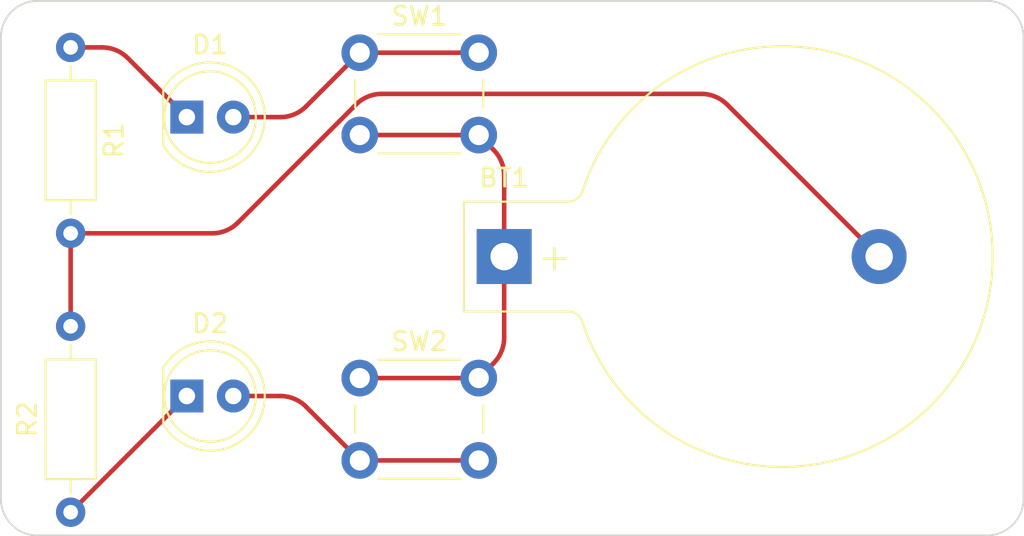
<source format=kicad_pcb>
(kicad_pcb (version 20221018) (generator pcbnew)
  (layers (0 "F.Cu" signal) (31 "B.Cu" signal) (34 "B.Paste" user) (35 "F.Paste" user) (36 "B.SilkS" user "B.Silkscreen") (37 "F.SilkS" user "F.Silkscreen") (38 "B.Mask" user) (39 "F.Mask" user) (44 "Edge.Cuts" user))
  (net 0 "")
  (net 1 "Net-(BT1-+)")
  (net 2 "Net-(BT1--)")
  (net 3 "Net-(D1-K)")
  (net 4 "Net-(D1-A)")
  (net 5 "Net-(D2-K)")
  (net 6 "Net-(D2-A)")
  (footprint "Button_Switch_THT:SW_PUSH_6mm_H5mm" (layer "F.Cu") (at 114.86 95.54)
    (fp_text reference "SW2" (at 3.25 -2) (layer "F.SilkS"))
    (fp_text value "SW_Push")
    (fp_line (start -0.25 1.5) (end -0.25 3) (stroke (width 0.12)) (layer "F.SilkS"))
    (fp_line (start 1 5.5) (end 5.5 5.5) (stroke (width 0.12)) (layer "F.SilkS"))
    (fp_line (start 5.5 -1) (end 1 -1) (stroke (width 0.12)) (layer "F.SilkS"))
    (fp_line (start 6.75 3) (end 6.75 1.5) (stroke (width 0.12)) (layer "F.SilkS"))
    (pad "1" thru_hole circle (at 0 0 90) (size 2 2) (drill 1.1) (layers "*.Cu" "*.Mask") (net 1 "Net-(BT1-+)"))
    (pad "1" thru_hole circle (at 6.5 0 90) (size 2 2) (drill 1.1) (layers "*.Cu" "*.Mask") (net 1 "Net-(BT1-+)"))
    (pad "2" thru_hole circle (at 0 4.5 90) (size 2 2) (drill 1.1) (layers "*.Cu" "*.Mask") (net 6 "Net-(D2-A)"))
    (pad "2" thru_hole circle (at 6.5 4.5 90) (size 2 2) (drill 1.1) (layers "*.Cu" "*.Mask") (net 6 "Net-(D2-A)"))
  )
  (footprint "Resistor_THT:R_Axial_DIN0207_L6.3mm_D2.5mm_P10.16mm_Horizontal" (layer "F.Cu") (at 99.06 102.87 90)
    (fp_text reference "R2" (at 5.08 -2.37 90) (layer "F.SilkS"))
    (fp_text value "10Ω")
    (fp_line (start 1.04 0) (end 1.81 0) (stroke (width 0.12)) (layer "F.SilkS"))
    (fp_line (start 1.81 -1.37) (end 1.81 1.37) (stroke (width 0.12)) (layer "F.SilkS"))
    (fp_line (start 1.81 1.37) (end 8.35 1.37) (stroke (width 0.12)) (layer "F.SilkS"))
    (fp_line (start 8.35 -1.37) (end 1.81 -1.37) (stroke (width 0.12)) (layer "F.SilkS"))
    (fp_line (start 8.35 1.37) (end 8.35 -1.37) (stroke (width 0.12)) (layer "F.SilkS"))
    (fp_line (start 9.12 0) (end 8.35 0) (stroke (width 0.12)) (layer "F.SilkS"))
    (pad "1" thru_hole circle (at 0 0 90) (size 1.6 1.6) (drill 0.8) (layers "*.Cu" "*.Mask") (net 5 "Net-(D2-K)"))
    (pad "2" thru_hole oval (at 10.16 0 90) (size 1.6 1.6) (drill 0.8) (layers "*.Cu" "*.Mask") (net 2 "Net-(BT1--)"))
  )
  (footprint "Resistor_THT:R_Axial_DIN0207_L6.3mm_D2.5mm_P10.16mm_Horizontal" (layer "F.Cu") (at 99.06 77.47 -90)
    (fp_text reference "R1" (at 5.08 -2.37 90) (layer "F.SilkS"))
    (fp_text value "10Ω")
    (fp_line (start 1.04 0) (end 1.81 0) (stroke (width 0.12)) (layer "F.SilkS"))
    (fp_line (start 1.81 -1.37) (end 1.81 1.37) (stroke (width 0.12)) (layer "F.SilkS"))
    (fp_line (start 1.81 1.37) (end 8.35 1.37) (stroke (width 0.12)) (layer "F.SilkS"))
    (fp_line (start 8.35 -1.37) (end 1.81 -1.37) (stroke (width 0.12)) (layer "F.SilkS"))
    (fp_line (start 8.35 1.37) (end 8.35 -1.37) (stroke (width 0.12)) (layer "F.SilkS"))
    (fp_line (start 9.12 0) (end 8.35 0) (stroke (width 0.12)) (layer "F.SilkS"))
    (pad "1" thru_hole circle (at 0 0 270) (size 1.6 1.6) (drill 0.8) (layers "*.Cu" "*.Mask") (net 3 "Net-(D1-K)"))
    (pad "2" thru_hole oval (at 10.16 0 270) (size 1.6 1.6) (drill 0.8) (layers "*.Cu" "*.Mask") (net 2 "Net-(BT1--)"))
  )
  (footprint "Button_Switch_THT:SW_PUSH_6mm_H5mm" (layer "F.Cu") (at 114.86 77.76)
    (fp_text reference "SW1" (at 3.25 -2) (layer "F.SilkS"))
    (fp_text value "SW_Push")
    (fp_line (start -0.25 1.5) (end -0.25 3) (stroke (width 0.12)) (layer "F.SilkS"))
    (fp_line (start 1 5.5) (end 5.5 5.5) (stroke (width 0.12)) (layer "F.SilkS"))
    (fp_line (start 5.5 -1) (end 1 -1) (stroke (width 0.12)) (layer "F.SilkS"))
    (fp_line (start 6.75 3) (end 6.75 1.5) (stroke (width 0.12)) (layer "F.SilkS"))
    (pad "1" thru_hole circle (at 0 0 90) (size 2 2) (drill 1.1) (layers "*.Cu" "*.Mask") (net 4 "Net-(D1-A)"))
    (pad "1" thru_hole circle (at 6.5 0 90) (size 2 2) (drill 1.1) (layers "*.Cu" "*.Mask") (net 4 "Net-(D1-A)"))
    (pad "2" thru_hole circle (at 0 4.5 90) (size 2 2) (drill 1.1) (layers "*.Cu" "*.Mask") (net 1 "Net-(BT1-+)"))
    (pad "2" thru_hole circle (at 6.5 4.5 90) (size 2 2) (drill 1.1) (layers "*.Cu" "*.Mask") (net 1 "Net-(BT1-+)"))
  )
  (footprint "LED_THT:LED_D5.0mm_Clear" (layer "F.Cu") (at 105.41 96.52)
    (fp_text reference "D2" (at 1.27 -3.96) (layer "F.SilkS"))
    (fp_text value "LED")
    (fp_line (start -1.29 -1.545) (end -1.29 1.545) (stroke (width 0.12)) (layer "F.SilkS"))
    (fp_arc (start -1.29 -1.54483) (mid 2.072002 -2.880433) (end 4.26 0.000462) (stroke (width 0.12)) (layer "F.SilkS"))
    (fp_arc (start 4.26 -0.000462) (mid 2.072002 2.880433) (end -1.29 1.54483) (stroke (width 0.12)) (layer "F.SilkS"))
    (fp_circle (center 1.27 0) (end 3.77 0) (stroke (width 0.12)) (fill none) (layer "F.SilkS"))
    (pad "1" thru_hole rect (at 0 0) (size 1.8 1.8) (drill 0.9) (layers "*.Cu" "*.Mask") (net 5 "Net-(D2-K)"))
    (pad "2" thru_hole circle (at 2.54 0) (size 1.8 1.8) (drill 0.9) (layers "*.Cu" "*.Mask") (net 6 "Net-(D2-A)"))
  )
  (footprint "LED_THT:LED_D5.0mm_Clear" (layer "F.Cu") (at 105.41 81.28)
    (fp_text reference "D1" (at 1.27 -3.96) (layer "F.SilkS"))
    (fp_text value "LED")
    (fp_line (start -1.29 -1.545) (end -1.29 1.545) (stroke (width 0.12)) (layer "F.SilkS"))
    (fp_arc (start -1.29 -1.54483) (mid 2.072002 -2.880433) (end 4.26 0.000462) (stroke (width 0.12)) (layer "F.SilkS"))
    (fp_arc (start 4.26 -0.000462) (mid 2.072002 2.880433) (end -1.29 1.54483) (stroke (width 0.12)) (layer "F.SilkS"))
    (fp_circle (center 1.27 0) (end 3.77 0) (stroke (width 0.12)) (fill none) (layer "F.SilkS"))
    (pad "1" thru_hole rect (at 0 0) (size 1.8 1.8) (drill 0.9) (layers "*.Cu" "*.Mask") (net 3 "Net-(D1-K)"))
    (pad "2" thru_hole circle (at 2.54 0) (size 1.8 1.8) (drill 0.9) (layers "*.Cu" "*.Mask") (net 4 "Net-(D1-A)"))
  )
  (footprint "Battery:BatteryHolder_Keystone_103_1x20mm" (layer "F.Cu") (at 122.75 88.9)
    (fp_text reference "BT1" (at 0 -4.3) (layer "F.SilkS"))
    (fp_text value "Battery_Cell")
    (fp_text user "+" (at 2.75 0) (layer "F.SilkS") (effects (font (size 1.5 1.5))))
    (fp_line (start -2.2 -3) (end 3.5 -3) (stroke (width 0.12)) (layer "F.SilkS"))
    (fp_line (start -2.2 3) (end -2.2 -3) (stroke (width 0.12)) (layer "F.SilkS"))
    (fp_line (start -2.2 3) (end 3.5 3) (stroke (width 0.12)) (layer "F.SilkS"))
    (fp_arc (start 3.5 3) (mid 3.950694 3.136459) (end 4.25 3.5) (stroke (width 0.12)) (layer "F.SilkS"))
    (fp_arc (start 4.25 -3.5) (mid 3.950694 -3.136459) (end 3.5 -3) (stroke (width 0.12)) (layer "F.SilkS"))
    (fp_arc (start 4.25 -3.5) (mid 16.971103 -11.358466) (end 26.695671 0) (stroke (width 0.12)) (layer "F.SilkS"))
    (fp_arc (start 26.695671 0) (mid 16.971103 11.358466) (end 4.25 3.5) (stroke (width 0.12)) (layer "F.SilkS"))
    (pad "1" thru_hole rect (at 0 0) (size 3 3) (drill 1.5) (layers "*.Cu" "*.Mask") (net 1 "Net-(BT1-+)"))
    (pad "2" thru_hole circle (at 20.49 0) (size 3 3) (drill 1.5) (layers "*.Cu" "*.Mask") (net 2 "Net-(BT1--)"))
  )
  (gr_arc (start 149.13 74.93) (mid 150.544214 75.515786) (end 151.13 76.93) (stroke (width 0.1)) (layer "Edge.Cuts"))
  (gr_line (start 95.25 102.14) (end 95.25 76.93) (stroke (width 0.1)) (layer "Edge.Cuts"))
  (gr_arc (start 97.25 104.14) (mid 95.835786 103.554214) (end 95.25 102.14) (stroke (width 0.1)) (layer "Edge.Cuts"))
  (gr_line (start 97.25 74.93) (end 149.13 74.93) (stroke (width 0.1)) (layer "Edge.Cuts"))
  (gr_arc (start 151.13 102.14) (mid 150.544214 103.554214) (end 149.13 104.14) (stroke (width 0.1)) (layer "Edge.Cuts"))
  (gr_line (start 151.13 76.93) (end 151.13 102.14) (stroke (width 0.1)) (layer "Edge.Cuts"))
  (gr_line (start 149.13 104.14) (end 97.25 104.14) (stroke (width 0.1)) (layer "Edge.Cuts"))
  (gr_arc (start 95.25 76.93) (mid 95.835786 75.515786) (end 97.25 74.93) (stroke (width 0.1)) (layer "Edge.Cuts"))
  (segment (start 122.75 93.321573) (end 122.75 88.9) (width 0.25) (layer "F.Cu") (net 1))
  (segment (start 114.86 82.26) (end 121.36 82.26) (width 0.25) (layer "F.Cu") (net 1))
  (segment (start 122.75 84.478427) (end 122.75 88.9) (width 0.25) (layer "F.Cu") (net 1))
  (segment (start 121.36 82.26) (end 122.164214 83.064214) (width 0.25) (layer "F.Cu") (net 1))
  (segment (start 121.36 95.54) (end 122.164214 94.735786) (width 0.25) (layer "F.Cu") (net 1))
  (segment (start 114.86 95.54) (end 121.36 95.54) (width 0.25) (layer "F.Cu") (net 1))
  (arc (start 122.164214 83.064214) (mid 122.597759 83.71306) (end 122.75 84.478427) (width 0.25) (layer "F.Cu") (net 1))
  (arc (start 122.75 93.321573) (mid 122.597759 94.08694) (end 122.164214 94.735786) (width 0.25) (layer "F.Cu") (net 1))
  (segment (start 99.06 87.63) (end 99.06 92.71) (width 0.25) (layer "F.Cu") (net 2))
  (segment (start 134.935787 80.595787) (end 143.24 88.9) (width 0.25) (layer "F.Cu") (net 2))
  (segment (start 108.201954 87.044213) (end 114.650381 80.595786) (width 0.25) (layer "F.Cu") (net 2))
  (segment (start 116.064594 80.01) (end 133.521573 80.01) (width 0.25) (layer "F.Cu") (net 2))
  (segment (start 99.06 87.63) (end 106.78774 87.63) (width 0.25) (layer "F.Cu") (net 2))
  (arc (start 134.935787 80.595787) (mid 134.28694 80.162241) (end 133.521573 80.01) (width 0.25) (layer "F.Cu") (net 2))
  (arc (start 114.650381 80.595786) (mid 115.299227 80.162241) (end 116.064594 80.01) (width 0.25) (layer "F.Cu") (net 2))
  (arc (start 108.201954 87.044213) (mid 107.553107 87.477759) (end 106.78774 87.63) (width 0.25) (layer "F.Cu") (net 2))
  (segment (start 99.06 77.47) (end 100.771573 77.47) (width 0.25) (layer "F.Cu") (net 3))
  (segment (start 102.185787 78.055787) (end 105.41 81.28) (width 0.25) (layer "F.Cu") (net 3))
  (arc (start 102.185787 78.055787) (mid 101.53694 77.622241) (end 100.771573 77.47) (width 0.25) (layer "F.Cu") (net 3))
  (segment (start 107.95 81.28) (end 110.511573 81.28) (width 0.25) (layer "F.Cu") (net 4))
  (segment (start 111.925787 80.694213) (end 114.86 77.76) (width 0.25) (layer "F.Cu") (net 4))
  (segment (start 114.86 77.76) (end 121.36 77.76) (width 0.25) (layer "F.Cu") (net 4))
  (arc (start 110.511573 81.28) (mid 111.27694 81.127759) (end 111.925787 80.694213) (width 0.25) (layer "F.Cu") (net 4))
  (segment (start 99.06 102.87) (end 105.41 96.52) (width 0.25) (layer "F.Cu") (net 5))
  (segment (start 107.95 96.52) (end 110.511573 96.52) (width 0.25) (layer "F.Cu") (net 6))
  (segment (start 111.925787 97.105787) (end 114.86 100.04) (width 0.25) (layer "F.Cu") (net 6))
  (segment (start 114.86 100.04) (end 121.36 100.04) (width 0.25) (layer "F.Cu") (net 6))
  (arc (start 110.511573 96.52) (mid 111.27694 96.672241) (end 111.925787 97.105787) (width 0.25) (layer "F.Cu") (net 6))
)
</source>
